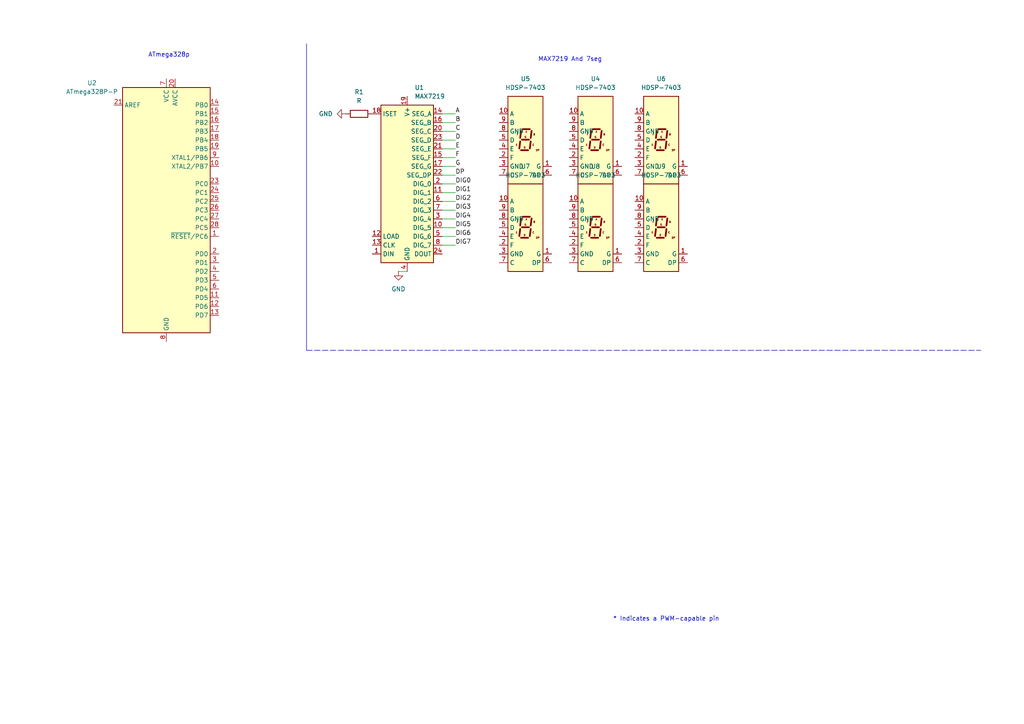
<source format=kicad_sch>
(kicad_sch (version 20250114) (generator "eeschema") (generator_version "9.0")
  (paper "A4")
  (title_block (date "mar. 31 mars 2015"))
  (lib_symbols
    (symbol "Device:R" (pin_numbers (hide yes)) (pin_names (offset 0))
      (property "Reference" "R" (at 2.032 0 90))
      (property "Value" "R" (at 0 0 90))
      (symbol "R_0_1"
        (rectangle (start -1.016 -2.54) (end 1.016 2.54) (stroke (width 0.254)))
      )
      (symbol "R_1_1"
        (pin passive line (at 0 3.81 270) (length 1.27) (name "~") (number "1"))
        (pin passive line (at 0 -3.81 90) (length 1.27) (name "~") (number "2"))
      )
    )
    (symbol "Driver_LED:MAX7219"
      (property "Reference" "U" (at -6.35 24.13 0))
      (property "Value" "MAX7219" (at 1.27 25.4 0))
      (symbol "MAX7219_0_1"
        (rectangle (start -7.62 22.86) (end 7.62 -22.86) (stroke (width 0.254)) (fill (type background)))
      )
      (symbol "MAX7219_1_1"
        (pin input line (at -10.16 20.32 0) (length 2.54) (name "ISET") (number "18"))
        (pin input line (at -10.16 -15.24 0) (length 2.54) (name "LOAD") (number "12"))
        (pin input line (at -10.16 -17.78 0) (length 2.54) (name "CLK") (number "13"))
        (pin input line (at -10.16 -20.32 0) (length 2.54) (name "DIN") (number "1"))
        (pin power_in line (at 0 25.4 270) (length 2.54) (name "V+") (number "19"))
        (pin power_in line (at 0 -25.4 90) (length 2.54) (name "GND") (number "4"))
        (pin passive line (at 0 -25.4 90) (length 2.54) (hide yes) (name "GND") (number "9"))
        (pin output line (at 10.16 20.32 180) (length 2.54) (name "SEG_A") (number "14"))
        (pin output line (at 10.16 17.78 180) (length 2.54) (name "SEG_B") (number "16"))
        (pin output line (at 10.16 15.24 180) (length 2.54) (name "SEG_C") (number "20"))
        (pin output line (at 10.16 12.7 180) (length 2.54) (name "SEG_D") (number "23"))
        (pin output line (at 10.16 10.16 180) (length 2.54) (name "SEG_E") (number "21"))
        (pin output line (at 10.16 7.62 180) (length 2.54) (name "SEG_F") (number "15"))
        (pin output line (at 10.16 5.08 180) (length 2.54) (name "SEG_G") (number "17"))
        (pin output line (at 10.16 2.54 180) (length 2.54) (name "SEG_DP") (number "22"))
        (pin output line (at 10.16 0 180) (length 2.54) (name "DIG_0") (number "2"))
        (pin output line (at 10.16 -2.54 180) (length 2.54) (name "DIG_1") (number "11"))
        (pin output line (at 10.16 -5.08 180) (length 2.54) (name "DIG_2") (number "6"))
        (pin output line (at 10.16 -7.62 180) (length 2.54) (name "DIG_3") (number "7"))
        (pin output line (at 10.16 -10.16 180) (length 2.54) (name "DIG_4") (number "3"))
        (pin output line (at 10.16 -12.7 180) (length 2.54) (name "DIG_5") (number "10"))
        (pin output line (at 10.16 -15.24 180) (length 2.54) (name "DIG_6") (number "5"))
        (pin output line (at 10.16 -17.78 180) (length 2.54) (name "DIG_7") (number "8"))
        (pin output line (at 10.16 -20.32 180) (length 2.54) (name "DOUT") (number "24"))
      )
    )
    (symbol "HDSP-7403_1"
      (property "Reference" "U4" (at 0 17.78 0))
      (property "Value" "HDSP-7403" (at 0 15.24 0))
      (symbol "HDSP-7403_1_1_0"
        (text "E" (at -2.54 -1.397 0) (effects (font (size 0.508 0.508))))
        (text "F" (at -2.286 1.651 0) (effects (font (size 0.508 0.508))))
        (text "D" (at -0.254 -2.159 0) (effects (font (size 0.508 0.508))))
        (text "G" (at 0 0.889 0) (effects (font (size 0.508 0.508))))
        (text "A" (at 0.254 2.413 0) (effects (font (size 0.508 0.508))))
        (text "C" (at 2.286 -1.397 0) (effects (font (size 0.508 0.508))))
        (text "B" (at 2.54 1.651 0) (effects (font (size 0.508 0.508))))
        (text "DP" (at 3.556 -2.921 0) (effects (font (size 0.508 0.508))))
      )
      (symbol "HDSP-7403_1_1_1"
        (rectangle (start -5.08 12.7) (end 5.08 -12.7) (stroke (width 0.254)) (fill (type background)))
        (polyline (pts (xy -1.524 -0.381) (xy -1.778 -2.413)) (stroke (width 0.508)))
        (polyline (pts (xy -1.27 2.667) (xy -1.524 0.635)) (stroke (width 0.508)))
        (polyline (pts (xy -1.27 -2.921) (xy 0.762 -2.921)) (stroke (width 0.508)))
        (polyline (pts (xy -1.016 0.127) (xy 1.016 0.127)) (stroke (width 0.508)))
        (polyline (pts (xy -0.762 3.175) (xy 1.27 3.175)) (stroke (width 0.508)))
        (polyline (pts (xy 1.524 -0.381) (xy 1.27 -2.413)) (stroke (width 0.508)))
        (polyline (pts (xy 1.778 2.667) (xy 1.524 0.635)) (stroke (width 0.508)))
        (polyline (pts (xy 2.54 -2.921) (xy 2.54 -2.921)) (stroke (width 0.508)))
        (pin input line (at -7.62 7.62 0) (length 2.54) (name "A") (number "10"))
        (pin input line (at -7.62 5.08 0) (length 2.54) (name "B") (number "9"))
        (pin input line (at -7.62 2.54 0) (length 2.54) (name "GND") (number "8"))
        (pin input line (at -7.62 0 0) (length 2.54) (name "D") (number "5"))
        (pin input line (at -7.62 -2.54 0) (length 2.54) (name "E") (number "4"))
        (pin input line (at -7.62 -5.08 0) (length 2.54) (name "F") (number "2"))
        (pin input line (at -7.62 -7.62 0) (length 2.54) (name "GND") (number "3"))
        (pin input line (at -7.62 -10.16 0) (length 2.54) (name "C") (number "7"))
        (pin input line (at 7.62 -7.62 180) (length 2.54) (name "G") (number "1"))
        (pin input line (at 7.62 -10.16 180) (length 2.54) (name "DP") (number "6"))
      )
    )
    (symbol "MCU_Microchip_ATmega:ATmega328P-P"
      (property "Reference" "U" (at -12.7 36.83 0))
      (property "Value" "ATmega328P-P" (at 2.54 -36.83 0))
      (symbol "ATmega328P-P_0_1"
        (rectangle (start -12.7 -35.56) (end 12.7 35.56) (stroke (width 0.254)) (fill (type background)))
      )
      (symbol "ATmega328P-P_1_1"
        (pin passive line (at -15.24 30.48 0) (length 2.54) (name "AREF") (number "21"))
        (pin power_in line (at 0 38.1 270) (length 2.54) (name "VCC") (number "7"))
        (pin passive line (at 0 -38.1 90) (length 2.54) (hide yes) (name "GND") (number "22"))
        (pin power_in line (at 0 -38.1 90) (length 2.54) (name "GND") (number "8"))
        (pin power_in line (at 2.54 38.1 270) (length 2.54) (name "AVCC") (number "20"))
        (pin bidirectional line (at 15.24 30.48 180) (length 2.54) (name "PB0") (number "14"))
        (pin bidirectional line (at 15.24 27.94 180) (length 2.54) (name "PB1") (number "15"))
        (pin bidirectional line (at 15.24 25.4 180) (length 2.54) (name "PB2") (number "16"))
        (pin bidirectional line (at 15.24 22.86 180) (length 2.54) (name "PB3") (number "17"))
        (pin bidirectional line (at 15.24 20.32 180) (length 2.54) (name "PB4") (number "18"))
        (pin bidirectional line (at 15.24 17.78 180) (length 2.54) (name "PB5") (number "19"))
        (pin bidirectional line (at 15.24 15.24 180) (length 2.54) (name "XTAL1/PB6") (number "9"))
        (pin bidirectional line (at 15.24 12.7 180) (length 2.54) (name "XTAL2/PB7") (number "10"))
        (pin bidirectional line (at 15.24 7.62 180) (length 2.54) (name "PC0") (number "23"))
        (pin bidirectional line (at 15.24 5.08 180) (length 2.54) (name "PC1") (number "24"))
        (pin bidirectional line (at 15.24 2.54 180) (length 2.54) (name "PC2") (number "25"))
        (pin bidirectional line (at 15.24 0 180) (length 2.54) (name "PC3") (number "26"))
        (pin bidirectional line (at 15.24 -2.54 180) (length 2.54) (name "PC4") (number "27"))
        (pin bidirectional line (at 15.24 -5.08 180) (length 2.54) (name "PC5") (number "28"))
        (pin bidirectional line (at 15.24 -7.62 180) (length 2.54) (name "~{RESET}/PC6") (number "1"))
        (pin bidirectional line (at 15.24 -12.7 180) (length 2.54) (name "PD0") (number "2"))
        (pin bidirectional line (at 15.24 -15.24 180) (length 2.54) (name "PD1") (number "3"))
        (pin bidirectional line (at 15.24 -17.78 180) (length 2.54) (name "PD2") (number "4"))
        (pin bidirectional line (at 15.24 -20.32 180) (length 2.54) (name "PD3") (number "5"))
        (pin bidirectional line (at 15.24 -22.86 180) (length 2.54) (name "PD4") (number "6"))
        (pin bidirectional line (at 15.24 -25.4 180) (length 2.54) (name "PD5") (number "11"))
        (pin bidirectional line (at 15.24 -27.94 180) (length 2.54) (name "PD6") (number "12"))
        (pin bidirectional line (at 15.24 -30.48 180) (length 2.54) (name "PD7") (number "13"))
      )
    )
    (symbol "power:GND" (power) (pin_numbers (hide yes)) (pin_names (offset 0) (hide yes))
      (property "Value" "GND" (at 0 -3.81 0))
      (symbol "GND_0_1"
        (polyline (pts (xy 0 0) (xy 0 -1.27) (xy 1.27 -1.27) (xy 0 -2.54) (xy -1.27 -1.27) (xy 0 -1.27)))
      )
      (symbol "GND_1_1"
        (pin power_in line (at 0 0 270) (length 0) (name "~") (number "1"))
      )
    )
  )
  (text "ATmega328p\n" (at 49.022 16.002 0) (effects (font (size 1.27 1.27))))
  (text "* Indicates a PWM-capable pin" (at 177.8 180.34 0) (effects (font (size 1.27 1.27)) (justify left bottom)))
  (text "MAX7219 And 7seg\n" (at 165.354 17.272 0) (effects (font (size 1.27 1.27))))
  (wire (pts (xy 132.08 43.18) (xy 128.27 43.18)))
  (wire (pts (xy 132.08 71.12) (xy 128.27 71.12)))
  (wire (pts (xy 132.08 35.56) (xy 128.27 35.56)))
  (wire (pts (xy 118.11 78.74) (xy 115.57 78.74)))
  (wire (pts (xy 132.08 45.72) (xy 128.27 45.72)))
  (wire (pts (xy 132.08 66.04) (xy 128.27 66.04)))
  (wire (pts (xy 132.08 53.34) (xy 128.27 53.34)))
  (wire (pts (xy 132.08 63.5) (xy 128.27 63.5)))
  (wire (pts (xy 132.08 60.96) (xy 128.27 60.96)))
  (wire (pts (xy 132.08 50.8) (xy 128.27 50.8)))
  (wire (pts (xy 132.08 48.26) (xy 128.27 48.26)))
  (wire (pts (xy 132.08 68.58) (xy 128.27 68.58)))
  (wire (pts (xy 132.08 55.88) (xy 128.27 55.88)))
  (polyline (pts (xy 88.9 101.6) (xy 284.48 101.6)) (stroke (width 0) (type dash)))
  (wire (pts (xy 132.08 40.64) (xy 128.27 40.64)))
  (wire (pts (xy 132.08 38.1) (xy 128.27 38.1)))
  (wire (pts (xy 132.08 33.02) (xy 128.27 33.02)))
  (wire (pts (xy 132.08 58.42) (xy 128.27 58.42)))
  (polyline (pts (xy 88.9 12.7) (xy 88.9 101.6)))
  (label "DIG2" (at 132.08 58.42 0))
  (label "C" (at 132.08 38.1 0))
  (label "DIG7" (at 132.08 71.12 0))
  (label "F" (at 132.08 45.72 0))
  (label "DP" (at 132.08 50.8 0))
  (label "DIG5" (at 132.08 66.04 0))
  (label "DIG3" (at 132.08 60.96 0))
  (label "D" (at 132.08 40.64 0))
  (label "E" (at 132.08 43.18 0))
  (label "DIG0" (at 132.08 53.34 0))
  (label "DIG6" (at 132.08 68.58 0))
  (label "DIG1" (at 132.08 55.88 0))
  (label "G" (at 132.08 48.26 0))
  (label "B" (at 132.08 35.56 0))
  (label "A" (at 132.08 33.02 0))
  (label "DIG4" (at 132.08 63.5 0))
  (symbol (lib_id "Driver_LED:MAX7219") (at 118.11 53.34 0) (unit 1)
    (property "Reference" "U1" (at 120.2533 25.4 0) (effects (justify left)))
    (property "Value" "MAX7219" (at 120.2533 27.94 0) (effects (justify left)))
    (property "Footprint" "Package_DIP:DIP-24_18.0mmx34.29mm_W15.24mm" (effects (hide yes)))
    (property "Datasheet" "https://datasheets.maximintegrated.com/en/ds/MAX7219-MAX7221.pdf" (effects (hide yes)))
    (property "Description" "8-Digit LED Display Driver" (effects (hide yes)))
  )
  (symbol (lib_name "HDSP-7403_1") (lib_id "Display_Character:HDSP-7403") (at 191.77 66.04 0) (unit 1)
    (property "Reference" "U9" (at 191.77 48.26 0))
    (property "Value" "HDSP-7403" (at 191.77 50.8 0))
    (property "Footprint" "Display_7Segment:Sx39-1xxxxx" (effects (hide yes)))
    (property "Datasheet" "https://docs.broadcom.com/docs/AV02-2553EN" (effects (hide yes)))
    (property "Description" "One digit 7 segment yellow, common cathode" (effects (hide yes)))
  )
  (symbol (lib_name "HDSP-7403_1") (lib_id "Display_Character:HDSP-7403") (at 152.4 40.64 0) (unit 1)
    (property "Reference" "U5" (at 152.4 22.86 0))
    (property "Value" "HDSP-7403" (at 152.4 25.4 0))
    (property "Footprint" "Display_7Segment:Sx39-1xxxxx" (effects (hide yes)))
    (property "Datasheet" "https://docs.broadcom.com/docs/AV02-2553EN" (effects (hide yes)))
    (property "Description" "One digit 7 segment yellow, common cathode" (effects (hide yes)))
  )
  (symbol (lib_id "Device:R") (at 104.14 33.02 90) (unit 1)
    (property "Reference" "R1" (at 104.14 26.67 90))
    (property "Value" "R" (at 104.14 29.21 90))
    (property "Description" "Resistor" (effects (hide yes)))
  )
  (symbol (lib_id "power:GND") (at 100.33 33.02 270) (unit 1)
    (property "Reference" "#PWR03" (effects (hide yes)))
    (property "Value" "GND" (at 96.52 33.0199 90) (effects (justify right)))
    (property "Description" "Power symbol creates a global label with name \"GND\" , ground" (effects (hide yes)))
  )
  (symbol (lib_id "power:GND") (at 115.57 78.74 0) (unit 1)
    (property "Reference" "#PWR02" (effects (hide yes)))
    (property "Value" "GND" (at 115.57 83.82 0))
    (property "Description" "Power symbol creates a global label with name \"GND\" , ground" (effects (hide yes)))
  )
  (symbol (lib_name "HDSP-7403_1") (lib_id "Display_Character:HDSP-7403") (at 191.77 40.64 0) (unit 1)
    (property "Reference" "U6" (at 191.77 22.86 0))
    (property "Value" "HDSP-7403" (at 191.77 25.4 0))
    (property "Footprint" "Display_7Segment:Sx39-1xxxxx" (effects (hide yes)))
    (property "Datasheet" "https://docs.broadcom.com/docs/AV02-2553EN" (effects (hide yes)))
    (property "Description" "One digit 7 segment yellow, common cathode" (effects (hide yes)))
  )
  (symbol (lib_name "HDSP-7403_1") (lib_id "Display_Character:HDSP-7403") (at 172.72 66.04 0) (unit 1)
    (property "Reference" "U8" (at 172.72 48.26 0))
    (property "Value" "HDSP-7403" (at 172.72 50.8 0))
    (property "Footprint" "Display_7Segment:Sx39-1xxxxx" (effects (hide yes)))
    (property "Datasheet" "https://docs.broadcom.com/docs/AV02-2553EN" (effects (hide yes)))
    (property "Description" "One digit 7 segment yellow, common cathode" (effects (hide yes)))
  )
  (symbol (lib_name "HDSP-7403_1") (lib_id "Display_Character:HDSP-7403") (at 152.4 66.04 0) (unit 1)
    (property "Reference" "U7" (at 152.4 48.26 0))
    (property "Value" "HDSP-7403" (at 152.4 50.8 0))
    (property "Footprint" "Display_7Segment:Sx39-1xxxxx" (effects (hide yes)))
    (property "Datasheet" "https://docs.broadcom.com/docs/AV02-2553EN" (effects (hide yes)))
    (property "Description" "One digit 7 segment yellow, common cathode" (effects (hide yes)))
  )
  (symbol (lib_id "MCU_Microchip_ATmega:ATmega328P-P") (at 48.26 60.96 0) (unit 1)
    (property "Reference" "U2" (at 26.67 24.0598 0))
    (property "Value" "ATmega328P-P" (at 26.67 26.5998 0))
    (property "Footprint" "Package_DIP:DIP-28_W7.62mm" (effects (hide yes)))
    (property "Datasheet" "http://ww1.microchip.com/downloads/en/DeviceDoc/ATmega328_P%20AVR%20MCU%20with%20picoPower%20Technology%20Data%20Sheet%2040001984A.pdf" (effects (hide yes)))
    (property "Description" "20MHz, 32kB Flash, 2kB SRAM, 1kB EEPROM, DIP-28" (effects (hide yes)))
  )
  (symbol (lib_name "HDSP-7403_1") (lib_id "Display_Character:HDSP-7403") (at 172.72 40.64 0) (unit 1)
    (property "Reference" "U4" (at 172.72 22.86 0))
    (property "Value" "HDSP-7403" (at 172.72 25.4 0))
    (property "Footprint" "Display_7Segment:Sx39-1xxxxx" (effects (hide yes)))
    (property "Datasheet" "https://docs.broadcom.com/docs/AV02-2553EN" (effects (hide yes)))
    (property "Description" "One digit 7 segment yellow, common cathode" (effects (hide yes)))
  )
)
</source>
